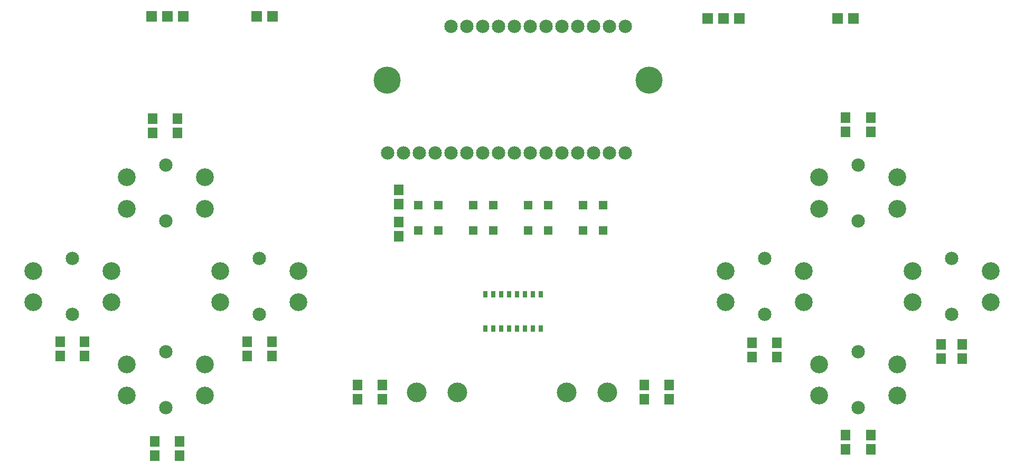
<source format=gbr>
G04 EasyPC Gerber Version 21.0.3 Build 4286 *
G04 #@! TF.Part,Single*
G04 #@! TF.FileFunction,Soldermask,Top *
G04 #@! TF.FilePolarity,Negative *
%FSLAX35Y35*%
%MOIN*%
G04 #@! TA.AperFunction,SMDPad*
%ADD83R,0.03159X0.03946*%
%ADD85R,0.05324X0.05718*%
%ADD81R,0.06100X0.06600*%
G04 #@! TA.AperFunction,ComponentPad*
%ADD82R,0.06600X0.06600*%
%ADD79C,0.08474*%
%ADD80C,0.11230*%
%ADD84C,0.12411*%
G04 #@! TA.AperFunction,WasherPad*
%ADD78C,0.17135*%
X0Y0D02*
D02*
D78*
X298281Y365407D03*
X463636D03*
D02*
D79*
X99463Y217376D03*
Y252809D03*
X158518Y158321D03*
Y193754D03*
Y276431D03*
Y311864D03*
X217573Y217376D03*
Y252809D03*
X298439Y319344D03*
X308439D03*
X318439D03*
X328439D03*
X338439D03*
Y399344D03*
X348439Y319344D03*
Y399344D03*
X358439Y319344D03*
Y399344D03*
X368439Y319344D03*
Y399344D03*
X378439Y319344D03*
Y399344D03*
X388439Y319344D03*
Y399344D03*
X398439Y319344D03*
Y399344D03*
X408439Y319344D03*
Y399344D03*
X418439Y319344D03*
Y399344D03*
X428439Y319344D03*
Y399344D03*
X438439Y319344D03*
Y399344D03*
X448439Y319344D03*
Y399344D03*
X536470Y217376D03*
Y252809D03*
X595526Y158321D03*
Y193754D03*
Y276431D03*
Y311864D03*
X654581Y217376D03*
Y252809D03*
D02*
D80*
X74856Y225250D03*
Y244935D03*
X124069Y225250D03*
Y244935D03*
X133911Y166195D03*
Y185880D03*
Y284305D03*
Y303990D03*
X183124Y166195D03*
Y185880D03*
Y284305D03*
Y303990D03*
X192967Y225250D03*
Y244935D03*
X242179Y225250D03*
Y244935D03*
X511864Y225250D03*
Y244935D03*
X561077Y225250D03*
Y244935D03*
X570919Y166195D03*
Y185880D03*
Y284305D03*
Y303990D03*
X620132Y166195D03*
Y185880D03*
Y284305D03*
Y303990D03*
X629974Y225250D03*
Y244935D03*
X679187Y225250D03*
Y244935D03*
D02*
D81*
X91982Y191222D03*
Y200222D03*
X107337Y191222D03*
Y200222D03*
X150250Y332167D03*
Y341167D03*
X151431Y128230D03*
Y137230D03*
X165998Y332167D03*
Y341167D03*
X167179Y128230D03*
Y137230D03*
X209699Y191222D03*
Y200222D03*
X225447Y191222D03*
Y200222D03*
X279384Y163663D03*
Y172663D03*
X295132Y163663D03*
Y172663D03*
X305368Y266813D03*
Y275813D03*
Y287285D03*
Y296285D03*
X460486Y163663D03*
Y172663D03*
X476234Y163663D03*
Y172663D03*
X528596Y190435D03*
Y199435D03*
X544344Y190435D03*
Y199435D03*
X587652Y132167D03*
Y141167D03*
Y332955D03*
Y341955D03*
X603400Y132167D03*
Y141167D03*
Y332955D03*
Y341955D03*
X647888Y189648D03*
Y198648D03*
X661274Y189648D03*
Y198648D03*
D02*
D82*
X149463Y405959D03*
X159463D03*
X169463D03*
X215841D03*
X225841D03*
X500644Y404384D03*
X510644D03*
X520644D03*
X582533D03*
X592533D03*
D02*
D83*
X360309Y208616D03*
Y230073D03*
X365309Y208616D03*
Y230073D03*
X370309Y208616D03*
Y230073D03*
X375309Y208616D03*
Y230073D03*
X380309Y208616D03*
Y230073D03*
X385309Y208616D03*
Y230073D03*
X390309Y208616D03*
Y230073D03*
X395309Y208616D03*
Y230073D03*
D02*
D84*
X316982Y168163D03*
X342573D03*
X411470D03*
X437061D03*
D02*
D85*
X317967Y270329D03*
Y286470D03*
X330565Y270329D03*
Y286470D03*
X352612Y270329D03*
Y286470D03*
X365211Y270329D03*
Y286470D03*
X387258Y270329D03*
Y286470D03*
X399856Y270329D03*
Y286470D03*
X421904Y270329D03*
Y286470D03*
X434502Y270329D03*
Y286470D03*
X0Y0D02*
M02*

</source>
